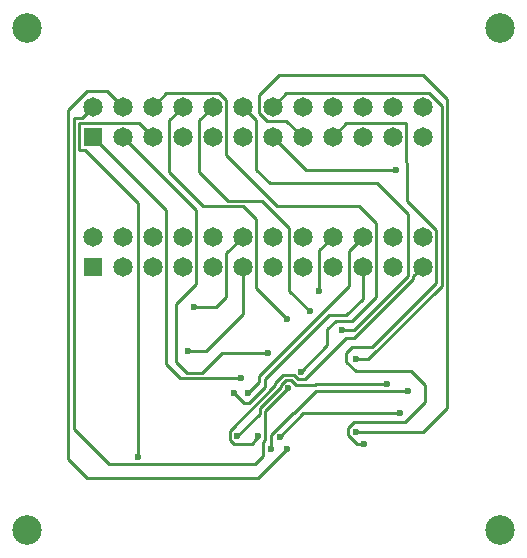
<source format=gbr>
%TF.GenerationSoftware,Altium Limited,Altium Designer,23.2.1 (34)*%
G04 Layer_Physical_Order=2*
G04 Layer_Color=16711680*
%FSLAX45Y45*%
%MOMM*%
%TF.SameCoordinates,7D16A08E-AD26-414A-B05A-F9FA4662990C*%
%TF.FilePolarity,Positive*%
%TF.FileFunction,Copper,L2,Bot,Signal*%
%TF.Part,Single*%
G01*
G75*
%TA.AperFunction,Conductor*%
%ADD12C,0.25400*%
%TA.AperFunction,ComponentPad*%
%ADD13C,1.65000*%
%ADD14R,1.65000X1.65000*%
%TA.AperFunction,ViaPad*%
%ADD15C,2.50000*%
%ADD16C,0.60000*%
D12*
X5067645Y4089282D02*
X5290000Y4311637D01*
Y4450000D01*
X5360000Y4520000D01*
X5498363D01*
X5704561Y4726198D01*
X5415001Y4442480D02*
X5516601D01*
X5971149Y4897028D01*
X5519141Y4373900D02*
X6016981Y4871740D01*
X5450561Y4373900D02*
X5519141D01*
X5103243Y4026582D02*
X5450561Y4373900D01*
X5290835Y4555121D02*
Y4555121D01*
X4760399Y4024685D02*
X5290835Y4555121D01*
X4500001Y3905380D02*
X4583789Y3821592D01*
X4760399Y3957612D02*
Y4024685D01*
X5290835Y4555121D02*
X5305715Y4570000D01*
X4583789Y3821592D02*
X4624379D01*
X4760399Y3957612D01*
X5305715Y4570000D02*
X5414739D01*
X5471526Y4811526D02*
Y5114899D01*
X4714999Y4055000D02*
X5471526Y4811526D01*
X4620656Y3906540D02*
X4714999Y4000883D01*
Y4055000D01*
X4401303Y4250000D02*
X4790000D01*
X4232083Y4080780D02*
X4401303Y4250000D01*
X4764601Y3759980D02*
X4958771Y3954150D01*
X4465041Y3591580D02*
X4848445Y3974984D01*
X4893845Y3975435D02*
X4936490Y4018080D01*
X4848445Y3974984D02*
Y3994240D01*
X4917685Y4063480D01*
X4719201Y3781535D02*
X4893845Y3956179D01*
X4958771Y3954150D02*
X4961231D01*
X4936490Y4018080D02*
X4985972D01*
X4893845Y3956179D02*
Y3975435D01*
X4917685Y4063480D02*
X5004777D01*
X5414739Y4570000D02*
X5451081D01*
X5589001Y4707920D01*
X5140000Y4600000D02*
Y4600641D01*
X4965421Y4775220D02*
X5140000Y4600641D01*
X4965421Y4775220D02*
Y5306080D01*
X4688561Y4801439D02*
Y5379740D01*
Y4801439D02*
X4950000Y4540000D01*
X3926561Y4153362D02*
X4044543Y4035380D01*
X3926561Y4153362D02*
Y5454828D01*
X4044543Y4035380D02*
X4560001D01*
X4010001Y4175380D02*
X4104601Y4080780D01*
X4232083D01*
X4010001Y4175380D02*
Y4663080D01*
X4180561Y4833640D01*
X4110001Y4265380D02*
X4262541D01*
X4573001Y4575840D01*
X3303006Y6078382D02*
X3926561Y5454828D01*
X4345521Y4635380D02*
X4434561Y4724420D01*
X4160001Y4635380D02*
X4345521D01*
X4573001Y4575840D02*
Y4978374D01*
X4434561Y4724420D02*
Y5093934D01*
X5184138Y3981183D02*
X5191036Y3988080D01*
X4985972Y4018080D02*
X5022869Y3981183D01*
X5004777Y4063480D02*
X5041674Y4026582D01*
X4719201Y3734422D02*
Y3781535D01*
X5022869Y3981183D02*
X5184138D01*
X4528541Y3543762D02*
X4719201Y3734422D01*
X5041674Y4026582D02*
X5103243D01*
X4764601Y3512680D02*
Y3759980D01*
X5191036Y3988080D02*
X5798673D01*
X4704881Y3190260D02*
X4950001Y3435380D01*
X3256001Y3190260D02*
X4704881D01*
X4810001Y3435380D02*
Y3550312D01*
X5005007Y3737846D02*
X5192541Y3925380D01*
X4886600Y3538240D02*
X5087260Y3738900D01*
X5902681D01*
X4810001Y3550312D02*
X4997535Y3737846D01*
X5005007D01*
X4747301Y3376000D02*
Y3495380D01*
X4701901Y3533957D02*
Y3543320D01*
X4675861Y3304560D02*
X4747301Y3376000D01*
X4650461Y3479820D02*
X4668421Y3497781D01*
Y3500478D01*
X4747301Y3495380D02*
X4764601Y3512680D01*
X4668421Y3500478D02*
X4701901Y3533957D01*
X5192541Y3925380D02*
X5970001D01*
X4434561Y5093934D02*
X4573001Y5232374D01*
X5471526Y5114899D02*
X5589001Y5232374D01*
X3426496Y6462893D02*
X3557006Y6332382D01*
X3256001Y6462893D02*
X3426496D01*
X3097002Y6303894D02*
X3256001Y6462893D01*
X3097002Y3349259D02*
Y6303894D01*
Y3349259D02*
X3256001Y3190260D01*
X3811006Y6332382D02*
X3927704Y6449080D01*
X4373601D01*
X4434561Y6388120D01*
Y5923300D02*
Y6388120D01*
Y5923300D02*
X4861281Y5496580D01*
X5554701D01*
X5704561Y5346720D01*
Y4726198D02*
Y5346720D01*
X4576801Y5491500D02*
X4688561Y5379740D01*
X4238661Y5491500D02*
X4576801D01*
X3949421Y5780740D02*
X4238661Y5491500D01*
X3949421Y5780740D02*
Y6216797D01*
X4065006Y6332382D01*
X4734281Y5537220D02*
X4965421Y5306080D01*
X4449801Y5537220D02*
X4734281D01*
X4203421Y5783600D02*
X4449801Y5537220D01*
X4203421Y5783600D02*
Y6216797D01*
X4319006Y6332382D01*
X4573006D02*
X4688561Y6216828D01*
Y5801380D02*
Y6216828D01*
Y5801380D02*
X4805401Y5684540D01*
X5714721D01*
X5971149Y5428112D01*
Y4897028D02*
Y5428112D01*
X3695802Y6193587D02*
X3811006Y6078382D01*
X3187802Y6193587D02*
X3695802D01*
X3187802Y5963178D02*
Y6193587D01*
Y5963178D02*
X3240761D01*
X3685261Y5518678D01*
Y3368060D02*
Y5518678D01*
X4827006Y6078382D02*
X5106548Y5798840D01*
X5869661D01*
X5529301Y3581420D02*
X6100801D01*
X6303005Y3783624D01*
Y6401816D01*
X6100801Y6604020D02*
X6303005Y6401816D01*
X4881601Y6604020D02*
X6100801D01*
X4711421Y6433840D02*
X4881601Y6604020D01*
X4711421Y6283980D02*
Y6433840D01*
Y6283980D02*
X4780001Y6215400D01*
X4943988D01*
X5081006Y6078382D01*
X5335006D02*
X5451704Y6195080D01*
X5958561D01*
X5968721Y5537220D01*
X6212205Y5293736D01*
Y4839828D02*
Y5293736D01*
X5669382Y4297004D02*
X6212205Y4839828D01*
X5498125Y4297004D02*
X5669382D01*
X5450561Y4249440D02*
X5498125Y4297004D01*
X5450561Y4175780D02*
Y4249440D01*
Y4175780D02*
X5531841Y4094500D01*
X5999201D01*
X6116041Y3977660D01*
Y3835420D02*
Y3977660D01*
X5948401Y3667780D02*
X6116041Y3835420D01*
X5516601Y3667780D02*
X5948401D01*
X5465801Y3616980D02*
X5516601Y3667780D01*
X5465801Y3550940D02*
Y3616980D01*
Y3550940D02*
X5542001Y3474740D01*
X5599999D01*
X5589001Y4707920D02*
Y4978374D01*
X6016981Y4898354D02*
X6097001Y4978374D01*
X6016981Y4871740D02*
Y4898354D01*
X4465041Y3515380D02*
Y3591580D01*
Y3515380D02*
X4500601Y3479820D01*
X4650461D01*
X3211424Y6240800D02*
X3303006Y6332382D01*
X3142402Y6240800D02*
X3211424D01*
X3142402Y3603579D02*
Y6240800D01*
Y3603579D02*
X3441421Y3304560D01*
X4675861D01*
X5219421Y5116794D02*
X5335001Y5232374D01*
X5219421Y4770140D02*
Y5116794D01*
X4180561Y4833640D02*
Y5454828D01*
X3557006Y6078382D02*
X4180561Y5454828D01*
X5536921Y4193083D02*
X5632918D01*
X6257605Y4817770D01*
Y6343076D01*
X6151601Y6449080D02*
X6257605Y6343076D01*
X4943704Y6449080D02*
X6151601D01*
X4827006Y6332382D02*
X4943704Y6449080D01*
D13*
X6097006Y6332382D02*
D03*
X5843006D02*
D03*
X6097006Y6078382D02*
D03*
X5843006D02*
D03*
X5335006Y6332382D02*
D03*
Y6078382D02*
D03*
X4827006Y6332382D02*
D03*
Y6078382D02*
D03*
X4065006Y6332382D02*
D03*
Y6078382D02*
D03*
X3811006Y6332382D02*
D03*
Y6078382D02*
D03*
X3303006Y6332382D02*
D03*
X3557006Y6078382D02*
D03*
Y6332382D02*
D03*
X4319006Y6078382D02*
D03*
Y6332382D02*
D03*
X4573006Y6078382D02*
D03*
Y6332382D02*
D03*
X5081006Y6078382D02*
D03*
Y6332382D02*
D03*
X5589006Y6078382D02*
D03*
Y6332382D02*
D03*
X6097001Y5232374D02*
D03*
X5843001D02*
D03*
X6097001Y4978374D02*
D03*
X5843001D02*
D03*
X5335001Y5232374D02*
D03*
Y4978374D02*
D03*
X4827001Y5232374D02*
D03*
Y4978374D02*
D03*
X4065001Y5232374D02*
D03*
Y4978374D02*
D03*
X3811001Y5232374D02*
D03*
Y4978374D02*
D03*
X3303001Y5232374D02*
D03*
X3557001Y4978374D02*
D03*
Y5232374D02*
D03*
X4319001Y4978374D02*
D03*
Y5232374D02*
D03*
X4573001Y4978374D02*
D03*
Y5232374D02*
D03*
X5081001Y4978374D02*
D03*
Y5232374D02*
D03*
X5589001Y4978374D02*
D03*
Y5232374D02*
D03*
D14*
X3303006Y6078382D02*
D03*
X3303001Y4978374D02*
D03*
D15*
X2750000Y7000000D02*
D03*
X6750000D02*
D03*
Y2750000D02*
D03*
X2750000D02*
D03*
D16*
X5415001Y4442480D02*
D03*
X4790000Y4250000D02*
D03*
X4961231Y3954150D02*
D03*
X5140000Y4600000D02*
D03*
X4950000Y4540000D02*
D03*
X4110001Y4265380D02*
D03*
X4160001Y4635380D02*
D03*
X4500001Y3905380D02*
D03*
X4560001Y4035380D02*
D03*
X5067645Y4089282D02*
D03*
X4950001Y3435380D02*
D03*
X4886600Y3538240D02*
D03*
X4701901Y3543320D02*
D03*
X4810001Y3435380D02*
D03*
X5798673Y3988080D02*
D03*
X5970001Y3925380D02*
D03*
X4620656Y3906540D02*
D03*
X5902681Y3738900D02*
D03*
X3685261Y3368060D02*
D03*
X5869661Y5798840D02*
D03*
X5529301Y3581420D02*
D03*
X5599999Y3474740D02*
D03*
X5219421Y4770140D02*
D03*
X4528541Y3543762D02*
D03*
X5536921Y4193083D02*
D03*
%TF.MD5,ff9f6ed2df507872281acbf0d6b690f5*%
M02*

</source>
